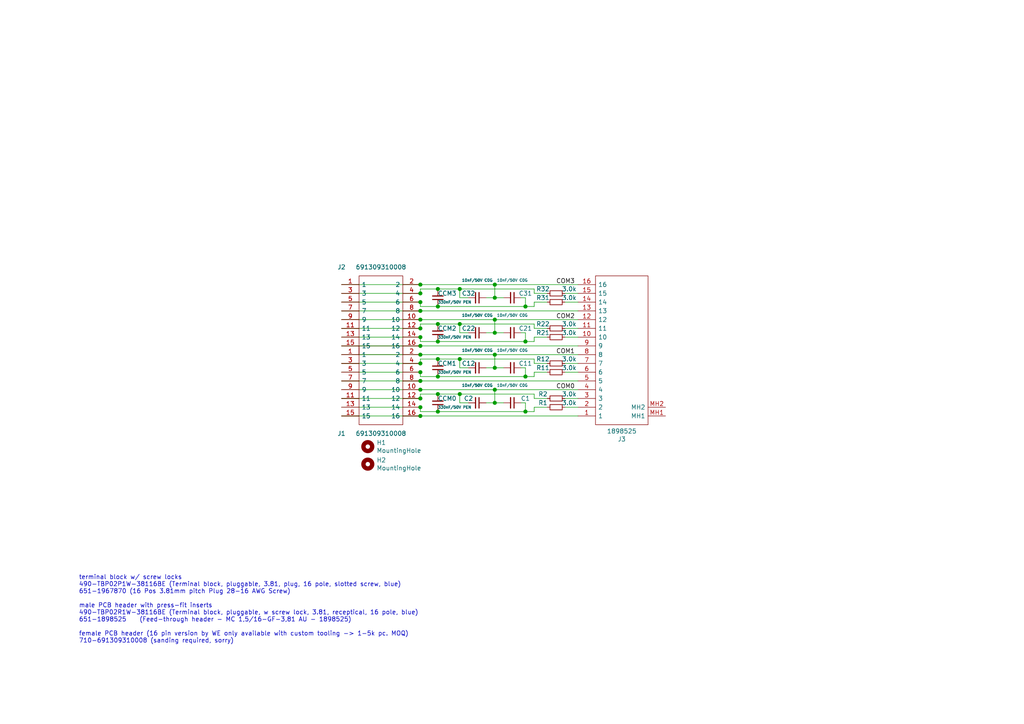
<source format=kicad_sch>
(kicad_sch (version 20201015) (generator eeschema)
  (paper "A4")
  (lib_symbols
    (symbol "Device:C_Small" (pin_numbers hide) (pin_names (offset 0.254) hide)
      (property "Reference" "C" (at 0.254 1.778 0))
      (property "Value" "C_Small" (at 0.254 -2.032 0))
      (symbol "C_Small_0_1"
        (polyline (pts (xy -1.524 -0.508) (xy 1.524 -0.508)) (stroke (width 0.3302)))
        (polyline (pts (xy -1.524 0.508) (xy 1.524 0.508)) (stroke (width 0.3048)))
      )
      (symbol "C_Small_1_1"
        (pin passive line (at 0 2.54 270) (length 2.032) (name "~") (number "1"))
        (pin passive line (at 0 -2.54 90) (length 2.032) (name "~") (number "2"))
      )
    )
    (symbol "Device:R_Small" (pin_numbers hide) (pin_names (offset 0.254) hide)
      (property "Reference" "R" (at 0.762 0.508 0))
      (property "Value" "R_Small" (at 0.762 -1.016 0))
      (symbol "R_Small_0_1"
        (rectangle (start -0.762 1.778) (end 0.762 -1.778) (stroke (width 0.2032)))
      )
      (symbol "R_Small_1_1"
        (pin passive line (at 0 2.54 270) (length 0.762) (name "~") (number "1"))
        (pin passive line (at 0 -2.54 90) (length 0.762) (name "~") (number "2"))
      )
    )
    (symbol "Mechanical:MountingHole" (pin_names (offset 1.016))
      (property "Reference" "H" (at 0 5.08 0))
      (property "Value" "MountingHole" (at 0 3.175 0))
      (symbol "MountingHole_0_1"
        (circle (center 0 0) (radius 1.27) (stroke (width 1.27)))
      )
    )
    (symbol "PhoenixContact_1898525:1898525" (pin_names (offset 0.762))
      (property "Reference" "J" (at 21.59 7.62 0))
      (property "Value" "1898525" (at 21.59 5.08 0))
      (symbol "1898525_0_0"
        (pin unspecified line (at 25.4 0 180) (length 5.08) (name "1") (number "1"))
        (pin unspecified line (at 25.4 -2.54 180) (length 5.08) (name "2") (number "2"))
        (pin unspecified line (at 25.4 -5.08 180) (length 5.08) (name "3") (number "3"))
        (pin unspecified line (at 25.4 -7.62 180) (length 5.08) (name "4") (number "4"))
        (pin unspecified line (at 25.4 -10.16 180) (length 5.08) (name "5") (number "5"))
        (pin unspecified line (at 25.4 -12.7 180) (length 5.08) (name "6") (number "6"))
        (pin unspecified line (at 25.4 -15.24 180) (length 5.08) (name "7") (number "7"))
        (pin unspecified line (at 25.4 -17.78 180) (length 5.08) (name "8") (number "8"))
        (pin unspecified line (at 25.4 -20.32 180) (length 5.08) (name "9") (number "9"))
        (pin unspecified line (at 25.4 -22.86 180) (length 5.08) (name "10") (number "10"))
        (pin unspecified line (at 25.4 -25.4 180) (length 5.08) (name "11") (number "11"))
        (pin unspecified line (at 25.4 -27.94 180) (length 5.08) (name "12") (number "12"))
        (pin unspecified line (at 25.4 -30.48 180) (length 5.08) (name "13") (number "13"))
        (pin unspecified line (at 25.4 -33.02 180) (length 5.08) (name "14") (number "14"))
        (pin unspecified line (at 25.4 -35.56 180) (length 5.08) (name "15") (number "15"))
        (pin unspecified line (at 25.4 -38.1 180) (length 5.08) (name "16") (number "16"))
        (pin unspecified line (at 0 0 0) (length 5.08) (name "MH1") (number "MH1"))
        (pin unspecified line (at 0 -2.54 0) (length 5.08) (name "MH2") (number "MH2"))
      )
      (symbol "1898525_0_1"
        (polyline (pts (xy 5.08 2.54) (xy 20.32 2.54) (xy 20.32 -40.64) (xy 5.08 -40.64) (xy 5.08 2.54)) (stroke (width 0.1524)))
      )
    )
    (symbol "WE_691309310008:691309310008" (pin_names (offset 0.762))
      (property "Reference" "J" (at 19.05 7.62 0))
      (property "Value" "691309310008" (at 19.05 5.08 0))
      (symbol "691309310008_0_0"
        (pin unspecified line (at 0 0 0) (length 5.08) (name "1") (number "1"))
        (pin unspecified line (at 22.86 0 180) (length 5.08) (name "2") (number "2"))
        (pin unspecified line (at 0 -2.54 0) (length 5.08) (name "3") (number "3"))
        (pin unspecified line (at 22.86 -2.54 180) (length 5.08) (name "4") (number "4"))
        (pin unspecified line (at 0 -5.08 0) (length 5.08) (name "5") (number "5"))
        (pin unspecified line (at 22.86 -5.08 180) (length 5.08) (name "6") (number "6"))
        (pin unspecified line (at 0 -7.62 0) (length 5.08) (name "7") (number "7"))
        (pin unspecified line (at 22.86 -7.62 180) (length 5.08) (name "8") (number "8"))
        (pin unspecified line (at 0 -10.16 0) (length 5.08) (name "9") (number "9"))
        (pin unspecified line (at 22.86 -10.16 180) (length 5.08) (name "10") (number "10"))
        (pin unspecified line (at 0 -12.7 0) (length 5.08) (name "11") (number "11"))
        (pin unspecified line (at 22.86 -12.7 180) (length 5.08) (name "12") (number "12"))
        (pin unspecified line (at 0 -15.24 0) (length 5.08) (name "13") (number "13"))
        (pin unspecified line (at 22.86 -15.24 180) (length 5.08) (name "14") (number "14"))
        (pin unspecified line (at 0 -17.78 0) (length 5.08) (name "15") (number "15"))
        (pin unspecified line (at 22.86 -17.78 180) (length 5.08) (name "16") (number "16"))
      )
      (symbol "691309310008_0_1"
        (polyline (pts (xy 5.08 2.54) (xy 17.78 2.54) (xy 17.78 -20.32) (xy 5.08 -20.32) (xy 5.08 2.54)) (stroke (width 0.1524)))
      )
    )
  )
  (junction (at 121.92 82.55) (diameter 1.016))
  (junction (at 121.92 85.09) (diameter 1.016))
  (junction (at 121.92 87.63) (diameter 1.016))
  (junction (at 121.92 90.17) (diameter 1.016))
  (junction (at 121.92 92.71) (diameter 1.016))
  (junction (at 121.92 95.25) (diameter 1.016))
  (junction (at 121.92 97.79) (diameter 1.016))
  (junction (at 121.92 100.33) (diameter 1.016))
  (junction (at 121.92 102.87) (diameter 1.016))
  (junction (at 121.92 105.41) (diameter 1.016))
  (junction (at 121.92 107.95) (diameter 1.016))
  (junction (at 121.92 110.49) (diameter 1.016))
  (junction (at 121.92 113.03) (diameter 1.016))
  (junction (at 121.92 115.57) (diameter 1.016))
  (junction (at 121.92 118.11) (diameter 1.016))
  (junction (at 121.92 120.65) (diameter 1.016))
  (junction (at 127 83.82) (diameter 1.016))
  (junction (at 127 88.9) (diameter 1.016))
  (junction (at 127 93.98) (diameter 1.016))
  (junction (at 127 99.06) (diameter 1.016))
  (junction (at 127 104.14) (diameter 1.016))
  (junction (at 127 109.22) (diameter 1.016))
  (junction (at 127 114.3) (diameter 1.016))
  (junction (at 127 119.38) (diameter 1.016))
  (junction (at 133.35 83.82) (diameter 1.016))
  (junction (at 133.35 93.98) (diameter 1.016))
  (junction (at 133.35 104.14) (diameter 1.016))
  (junction (at 133.35 114.3) (diameter 1.016))
  (junction (at 143.51 82.55) (diameter 1.016))
  (junction (at 143.51 86.36) (diameter 1.016))
  (junction (at 143.51 92.71) (diameter 1.016))
  (junction (at 143.51 96.52) (diameter 1.016))
  (junction (at 143.51 102.87) (diameter 1.016))
  (junction (at 143.51 106.68) (diameter 1.016))
  (junction (at 143.51 113.03) (diameter 1.016))
  (junction (at 143.51 116.84) (diameter 1.016))
  (junction (at 152.4 88.9) (diameter 1.016))
  (junction (at 152.4 99.06) (diameter 1.016))
  (junction (at 152.4 109.22) (diameter 1.016))
  (junction (at 152.4 119.38) (diameter 1.016))
  (wire (pts (xy 99.06 82.55) (xy 121.92 82.55)))
  (wire (pts (xy 99.06 85.09) (xy 121.92 85.09)))
  (wire (pts (xy 99.06 87.63) (xy 121.92 87.63)))
  (wire (pts (xy 99.06 90.17) (xy 121.92 90.17)))
  (wire (pts (xy 99.06 92.71) (xy 121.92 92.71)))
  (wire (pts (xy 99.06 95.25) (xy 121.92 95.25)))
  (wire (pts (xy 99.06 97.79) (xy 121.92 97.79)))
  (wire (pts (xy 99.06 100.33) (xy 121.92 100.33)))
  (wire (pts (xy 99.06 102.87) (xy 121.92 102.87)))
  (wire (pts (xy 99.06 105.41) (xy 121.92 105.41)))
  (wire (pts (xy 99.06 107.95) (xy 121.92 107.95)))
  (wire (pts (xy 99.06 110.49) (xy 121.92 110.49)))
  (wire (pts (xy 99.06 113.03) (xy 121.92 113.03)))
  (wire (pts (xy 99.06 115.57) (xy 121.92 115.57)))
  (wire (pts (xy 99.06 118.11) (xy 121.92 118.11)))
  (wire (pts (xy 99.06 120.65) (xy 121.92 120.65)))
  (wire (pts (xy 121.92 82.55) (xy 143.51 82.55)))
  (wire (pts (xy 121.92 83.82) (xy 127 83.82)))
  (wire (pts (xy 121.92 85.09) (xy 121.92 83.82)))
  (wire (pts (xy 121.92 87.63) (xy 121.92 88.9)))
  (wire (pts (xy 121.92 88.9) (xy 127 88.9)))
  (wire (pts (xy 121.92 90.17) (xy 167.64 90.17)))
  (wire (pts (xy 121.92 92.71) (xy 143.51 92.71)))
  (wire (pts (xy 121.92 93.98) (xy 121.92 95.25)))
  (wire (pts (xy 121.92 93.98) (xy 127 93.98)))
  (wire (pts (xy 121.92 97.79) (xy 121.92 99.06)))
  (wire (pts (xy 121.92 99.06) (xy 127 99.06)))
  (wire (pts (xy 121.92 102.87) (xy 143.51 102.87)))
  (wire (pts (xy 121.92 104.14) (xy 121.92 105.41)))
  (wire (pts (xy 121.92 104.14) (xy 127 104.14)))
  (wire (pts (xy 121.92 107.95) (xy 121.92 109.22)))
  (wire (pts (xy 121.92 109.22) (xy 127 109.22)))
  (wire (pts (xy 121.92 113.03) (xy 143.51 113.03)))
  (wire (pts (xy 121.92 114.3) (xy 121.92 115.57)))
  (wire (pts (xy 121.92 114.3) (xy 127 114.3)))
  (wire (pts (xy 121.92 118.11) (xy 121.92 119.38)))
  (wire (pts (xy 121.92 119.38) (xy 127 119.38)))
  (wire (pts (xy 133.35 83.82) (xy 127 83.82)))
  (wire (pts (xy 133.35 86.36) (xy 133.35 83.82)))
  (wire (pts (xy 133.35 93.98) (xy 127 93.98)))
  (wire (pts (xy 133.35 96.52) (xy 133.35 93.98)))
  (wire (pts (xy 133.35 104.14) (xy 127 104.14)))
  (wire (pts (xy 133.35 106.68) (xy 133.35 104.14)))
  (wire (pts (xy 133.35 114.3) (xy 127 114.3)))
  (wire (pts (xy 133.35 116.84) (xy 133.35 114.3)))
  (wire (pts (xy 135.89 86.36) (xy 133.35 86.36)))
  (wire (pts (xy 135.89 96.52) (xy 133.35 96.52)))
  (wire (pts (xy 135.89 106.68) (xy 133.35 106.68)))
  (wire (pts (xy 135.89 116.84) (xy 133.35 116.84)))
  (wire (pts (xy 140.97 86.36) (xy 143.51 86.36)))
  (wire (pts (xy 140.97 96.52) (xy 143.51 96.52)))
  (wire (pts (xy 140.97 106.68) (xy 143.51 106.68)))
  (wire (pts (xy 140.97 116.84) (xy 143.51 116.84)))
  (wire (pts (xy 143.51 86.36) (xy 143.51 82.55)))
  (wire (pts (xy 143.51 86.36) (xy 146.05 86.36)))
  (wire (pts (xy 143.51 96.52) (xy 143.51 92.71)))
  (wire (pts (xy 143.51 96.52) (xy 146.05 96.52)))
  (wire (pts (xy 143.51 106.68) (xy 143.51 102.87)))
  (wire (pts (xy 143.51 106.68) (xy 146.05 106.68)))
  (wire (pts (xy 143.51 116.84) (xy 143.51 113.03)))
  (wire (pts (xy 143.51 116.84) (xy 146.05 116.84)))
  (wire (pts (xy 151.13 86.36) (xy 152.4 86.36)))
  (wire (pts (xy 151.13 96.52) (xy 152.4 96.52)))
  (wire (pts (xy 151.13 106.68) (xy 152.4 106.68)))
  (wire (pts (xy 151.13 116.84) (xy 152.4 116.84)))
  (wire (pts (xy 152.4 86.36) (xy 152.4 88.9)))
  (wire (pts (xy 152.4 88.9) (xy 127 88.9)))
  (wire (pts (xy 152.4 96.52) (xy 152.4 99.06)))
  (wire (pts (xy 152.4 99.06) (xy 127 99.06)))
  (wire (pts (xy 152.4 106.68) (xy 152.4 109.22)))
  (wire (pts (xy 152.4 109.22) (xy 127 109.22)))
  (wire (pts (xy 152.4 116.84) (xy 152.4 119.38)))
  (wire (pts (xy 152.4 119.38) (xy 127 119.38)))
  (wire (pts (xy 154.94 83.82) (xy 133.35 83.82)))
  (wire (pts (xy 154.94 85.09) (xy 154.94 83.82)))
  (wire (pts (xy 154.94 87.63) (xy 154.94 88.9)))
  (wire (pts (xy 154.94 88.9) (xy 152.4 88.9)))
  (wire (pts (xy 154.94 93.98) (xy 133.35 93.98)))
  (wire (pts (xy 154.94 95.25) (xy 154.94 93.98)))
  (wire (pts (xy 154.94 97.79) (xy 154.94 99.06)))
  (wire (pts (xy 154.94 99.06) (xy 152.4 99.06)))
  (wire (pts (xy 154.94 104.14) (xy 133.35 104.14)))
  (wire (pts (xy 154.94 105.41) (xy 154.94 104.14)))
  (wire (pts (xy 154.94 107.95) (xy 154.94 109.22)))
  (wire (pts (xy 154.94 109.22) (xy 152.4 109.22)))
  (wire (pts (xy 154.94 114.3) (xy 133.35 114.3)))
  (wire (pts (xy 154.94 115.57) (xy 154.94 114.3)))
  (wire (pts (xy 154.94 118.11) (xy 154.94 119.38)))
  (wire (pts (xy 154.94 119.38) (xy 152.4 119.38)))
  (wire (pts (xy 158.75 85.09) (xy 154.94 85.09)))
  (wire (pts (xy 158.75 87.63) (xy 154.94 87.63)))
  (wire (pts (xy 158.75 95.25) (xy 154.94 95.25)))
  (wire (pts (xy 158.75 97.79) (xy 154.94 97.79)))
  (wire (pts (xy 158.75 105.41) (xy 154.94 105.41)))
  (wire (pts (xy 158.75 107.95) (xy 154.94 107.95)))
  (wire (pts (xy 158.75 115.57) (xy 154.94 115.57)))
  (wire (pts (xy 158.75 118.11) (xy 154.94 118.11)))
  (wire (pts (xy 163.83 85.09) (xy 167.64 85.09)))
  (wire (pts (xy 163.83 95.25) (xy 167.64 95.25)))
  (wire (pts (xy 163.83 105.41) (xy 167.64 105.41)))
  (wire (pts (xy 163.83 115.57) (xy 167.64 115.57)))
  (wire (pts (xy 167.64 82.55) (xy 143.51 82.55)))
  (wire (pts (xy 167.64 87.63) (xy 163.83 87.63)))
  (wire (pts (xy 167.64 92.71) (xy 143.51 92.71)))
  (wire (pts (xy 167.64 97.79) (xy 163.83 97.79)))
  (wire (pts (xy 167.64 100.33) (xy 121.92 100.33)))
  (wire (pts (xy 167.64 102.87) (xy 143.51 102.87)))
  (wire (pts (xy 167.64 107.95) (xy 163.83 107.95)))
  (wire (pts (xy 167.64 110.49) (xy 121.92 110.49)))
  (wire (pts (xy 167.64 113.03) (xy 143.51 113.03)))
  (wire (pts (xy 167.64 118.11) (xy 163.83 118.11)))
  (wire (pts (xy 167.64 120.65) (xy 121.92 120.65)))
  (text "terminal block w/ screw locks\n490-TBP02P1W-38116BE (Terminal block, pluggable, 3.81, plug, 16 pole, slotted screw, blue)\n651-1967870 (16 Pos 3.81mm pitch Plug 28-16 AWG Screw)\n\nmale PCB header with press-fit inserts\n490-TBP02R1W-38116BE (Terminal block, pluggable, w screw lock, 3.81, receptical, 16 pole, blue)\n651-1898525    (Feed-through header - MC 1,5/16-GF-3,81 AU - 1898525)\n\nfemale PCB header (16 pin version by WE only available with custom tooling -> 1-5k pc. MOQ)\n710-691309310008 (sanding required, sorry)" (at 22.86 186.69 0) (effects (font (size 1.27 1.27)) (justify left bottom)))
  (label "COM3" (at 161.29 82.55 0))
  (label "COM2" (at 161.29 92.71 0))
  (label "COM1" (at 161.29 102.87 0))
  (label "COM0" (at 161.29 113.03 0))
  (symbol (lib_id "Device:R_Small") (at 161.29 85.09 270) (unit 1)
    (property "Reference" "R32" (at 157.48 83.82 90))
    (property "Value" "3.0k" (at 165.1 83.82 90))
    (property "Footprint" "Resistor_SMD:R_0805_2012Metric" (effects hide))
    (property "Mouser" "667-ERJ-S06F3001V " (effects hide))
  )
  (symbol (lib_id "Device:R_Small") (at 161.29 87.63 270) (unit 1)
    (property "Reference" "R31" (at 157.48 86.36 90))
    (property "Value" "3.0k" (at 165.1 86.36 90))
    (property "Footprint" "Resistor_SMD:R_0805_2012Metric" (effects hide))
    (property "Mouser" "667-ERJ-S06F3001V " (effects hide))
  )
  (symbol (lib_id "Device:R_Small") (at 161.29 95.25 270) (unit 1)
    (property "Reference" "R22" (at 157.48 93.98 90))
    (property "Value" "3.0k" (at 165.1 93.98 90))
    (property "Footprint" "Resistor_SMD:R_0805_2012Metric" (effects hide))
    (property "Mouser" "667-ERJ-S06F3001V " (effects hide))
  )
  (symbol (lib_id "Device:R_Small") (at 161.29 97.79 270) (unit 1)
    (property "Reference" "R21" (at 157.48 96.52 90))
    (property "Value" "3.0k" (at 165.1 96.52 90))
    (property "Footprint" "Resistor_SMD:R_0805_2012Metric" (effects hide))
    (property "Mouser" "667-ERJ-S06F3001V " (effects hide))
  )
  (symbol (lib_id "Device:R_Small") (at 161.29 105.41 270) (unit 1)
    (property "Reference" "R12" (at 157.48 104.14 90))
    (property "Value" "3.0k" (at 165.1 104.14 90))
    (property "Footprint" "Resistor_SMD:R_0805_2012Metric" (effects hide))
    (property "Mouser" "667-ERJ-S06F3001V " (effects hide))
  )
  (symbol (lib_id "Device:R_Small") (at 161.29 107.95 270) (unit 1)
    (property "Reference" "R11" (at 157.48 106.68 90))
    (property "Value" "3.0k" (at 165.1 106.68 90))
    (property "Footprint" "Resistor_SMD:R_0805_2012Metric" (effects hide))
    (property "Mouser" "667-ERJ-S06F3001V " (effects hide))
  )
  (symbol (lib_id "Device:R_Small") (at 161.29 115.57 270) (unit 1)
    (property "Reference" "R2" (at 157.48 114.3 90))
    (property "Value" "3.0k" (at 165.1 114.3 90))
    (property "Footprint" "Resistor_SMD:R_0805_2012Metric" (effects hide))
    (property "Mouser" "667-ERJ-S06F3001V " (effects hide))
  )
  (symbol (lib_id "Device:R_Small") (at 161.29 118.11 270) (unit 1)
    (property "Reference" "R1" (at 157.48 116.84 90))
    (property "Value" "3.0k" (at 165.1 116.84 90))
    (property "Footprint" "Resistor_SMD:R_0805_2012Metric" (effects hide))
    (property "Mouser" "667-ERJ-S06F3001V " (effects hide))
  )
  (symbol (lib_id "Mechanical:MountingHole") (at 106.68 129.54 0) (unit 1)
    (property "Reference" "H1" (at 109.22 128.3716 0) (effects (justify left)))
    (property "Value" "MountingHole" (at 109.22 130.683 0) (effects (justify left)))
    (property "Footprint" "MountingHole:MountingHole_3mm_Pad" (effects hide))
  )
  (symbol (lib_id "Mechanical:MountingHole") (at 106.68 134.62 0) (unit 1)
    (property "Reference" "H2" (at 109.22 133.4516 0) (effects (justify left)))
    (property "Value" "MountingHole" (at 109.22 135.763 0) (effects (justify left)))
    (property "Footprint" "MountingHole:MountingHole_3mm_Pad" (effects hide))
  )
  (symbol (lib_id "Device:C_Small") (at 127 86.36 180) (unit 1)
    (property "Reference" "CCM3" (at 127 85.09 0) (effects (justify right)))
    (property "Value" "330nF/50V PEN" (at 127 87.63 0) (effects (font (size 0.7874 0.7874)) (justify right)))
    (property "Footprint" "Capacitor_SMD:C_2220_5650Metric" (effects hide))
    (property "Datasheet" "https://www.mouser.de/datasheet/2/212/KEM_F3078_LDE-1103670.pdf" (effects hide))
    (property "Mouser" "80-LDECD3330KA5N00" (effects hide))
  )
  (symbol (lib_id "Device:C_Small") (at 127 96.52 180) (unit 1)
    (property "Reference" "CCM2" (at 127 95.25 0) (effects (justify right)))
    (property "Value" "330nF/50V PEN" (at 127 97.79 0) (effects (font (size 0.7874 0.7874)) (justify right)))
    (property "Footprint" "Capacitor_SMD:C_2220_5650Metric" (effects hide))
    (property "Datasheet" "https://www.mouser.de/datasheet/2/212/KEM_F3078_LDE-1103670.pdf" (effects hide))
    (property "Mouser" "80-LDECD3330KA5N00" (effects hide))
  )
  (symbol (lib_id "Device:C_Small") (at 127 106.68 180) (unit 1)
    (property "Reference" "CCM1" (at 127 105.41 0) (effects (justify right)))
    (property "Value" "330nF/50V PEN" (at 127 107.95 0) (effects (font (size 0.7874 0.7874)) (justify right)))
    (property "Footprint" "Capacitor_SMD:C_2220_5650Metric" (effects hide))
    (property "Datasheet" "https://www.mouser.de/datasheet/2/212/KEM_F3078_LDE-1103670.pdf" (effects hide))
    (property "Mouser" "80-LDECD3330KA5N00" (effects hide))
  )
  (symbol (lib_id "Device:C_Small") (at 127 116.84 180) (unit 1)
    (property "Reference" "CCM0" (at 127 115.57 0) (effects (justify right)))
    (property "Value" "330nF/50V PEN" (at 127 118.11 0) (effects (font (size 0.7874 0.7874)) (justify right)))
    (property "Footprint" "Capacitor_SMD:C_2220_5650Metric" (effects hide))
    (property "Datasheet" "https://www.mouser.de/datasheet/2/212/KEM_F3078_LDE-1103670.pdf" (effects hide))
    (property "Mouser" "80-LDECD3330KA5N00" (effects hide))
  )
  (symbol (lib_id "Device:C_Small") (at 138.43 86.36 270) (unit 1)
    (property "Reference" "C32" (at 135.89 85.09 90))
    (property "Value" "10nF/50V C0G" (at 138.43 81.28 90) (effects (font (size 0.7874 0.7874))))
    (property "Footprint" "Capacitor_SMD:C_0805_2012Metric" (effects hide))
    (property "Mouser" "791-0805N103J500CT" (effects hide))
  )
  (symbol (lib_id "Device:C_Small") (at 138.43 96.52 270) (unit 1)
    (property "Reference" "C22" (at 135.89 95.25 90))
    (property "Value" "10nF/50V C0G" (at 138.43 91.44 90) (effects (font (size 0.7874 0.7874))))
    (property "Footprint" "Capacitor_SMD:C_0805_2012Metric" (effects hide))
    (property "Mouser" "791-0805N103J500CT" (effects hide))
  )
  (symbol (lib_id "Device:C_Small") (at 138.43 106.68 270) (unit 1)
    (property "Reference" "C12" (at 135.89 105.41 90))
    (property "Value" "10nF/50V C0G" (at 138.43 101.6 90) (effects (font (size 0.7874 0.7874))))
    (property "Footprint" "Capacitor_SMD:C_0805_2012Metric" (effects hide))
    (property "Mouser" "791-0805N103J500CT" (effects hide))
  )
  (symbol (lib_id "Device:C_Small") (at 138.43 116.84 270) (unit 1)
    (property "Reference" "C2" (at 135.89 115.57 90))
    (property "Value" "10nF/50V C0G" (at 138.43 111.76 90) (effects (font (size 0.7874 0.7874))))
    (property "Footprint" "Capacitor_SMD:C_0805_2012Metric" (effects hide))
    (property "Mouser" "791-0805N103J500CT" (effects hide))
  )
  (symbol (lib_id "Device:C_Small") (at 148.59 86.36 270) (unit 1)
    (property "Reference" "C31" (at 152.4 85.09 90))
    (property "Value" "10nF/50V C0G" (at 148.59 81.28 90) (effects (font (size 0.7874 0.7874))))
    (property "Footprint" "Capacitor_SMD:C_0805_2012Metric" (effects hide))
    (property "Mouser" "791-0805N103J500CT" (effects hide))
  )
  (symbol (lib_id "Device:C_Small") (at 148.59 96.52 270) (unit 1)
    (property "Reference" "C21" (at 152.4 95.25 90))
    (property "Value" "10nF/50V C0G" (at 148.59 91.44 90) (effects (font (size 0.7874 0.7874))))
    (property "Footprint" "Capacitor_SMD:C_0805_2012Metric" (effects hide))
    (property "Mouser" "791-0805N103J500CT" (effects hide))
  )
  (symbol (lib_id "Device:C_Small") (at 148.59 106.68 270) (unit 1)
    (property "Reference" "C11" (at 152.4 105.41 90))
    (property "Value" "10nF/50V C0G" (at 148.59 101.6 90) (effects (font (size 0.7874 0.7874))))
    (property "Footprint" "Capacitor_SMD:C_0805_2012Metric" (effects hide))
    (property "Mouser" "791-0805N103J500CT" (effects hide))
  )
  (symbol (lib_id "Device:C_Small") (at 148.59 116.84 270) (unit 1)
    (property "Reference" "C1" (at 152.4 115.57 90))
    (property "Value" "10nF/50V C0G" (at 148.59 111.76 90) (effects (font (size 0.7874 0.7874))))
    (property "Footprint" "Capacitor_SMD:C_0805_2012Metric" (effects hide))
    (property "Mouser" "791-0805N103J500CT" (effects hide))
  )
  (symbol (lib_id "WE_691309310008:691309310008") (at 99.06 82.55 0) (unit 1)
    (property "Reference" "J1" (at 99.06 125.73 0))
    (property "Value" "691309310008" (at 110.49 77.47 0))
    (property "Footprint" "WE_691309310008:691309310008" (effects hide))
    (property "Datasheet" "https://www.mouser.com/datasheet/2/445/691309310008-1719760.pdf" (effects hide))
    (property "Description" "Pluggable Terminal Blocks WR-TBL Terminal Block - PCB Header - THT 8 Positions 3.81 mm Pitch 8A" (effects hide))
    (property "Height" "6.8" (effects hide))
    (property "Manufacturer_Name" "Wurth Elektronik" (effects hide))
    (property "Manufacturer_Part_Number" "691309310008" (effects hide))
    (property "Mouser Part Number" "710-691309310008" (effects hide))
    (property "Mouser Price/Stock" "https://www.mouser.com/Search/Refine.aspx?Keyword=710-691309310008" (effects hide))
  )
  (symbol (lib_id "WE_691309310008:691309310008") (at 99.06 102.87 0) (unit 1)
    (property "Reference" "J2" (at 99.06 77.47 0))
    (property "Value" "691309310008" (at 110.49 125.73 0))
    (property "Footprint" "WE_691309310008:691309310008" (effects hide))
    (property "Datasheet" "https://www.mouser.com/datasheet/2/445/691309310008-1719760.pdf" (effects hide))
    (property "Description" "Pluggable Terminal Blocks WR-TBL Terminal Block - PCB Header - THT 8 Positions 3.81 mm Pitch 8A" (effects hide))
    (property "Height" "6.8" (effects hide))
    (property "Manufacturer_Name" "Wurth Elektronik" (effects hide))
    (property "Manufacturer_Part_Number" "691309310008" (effects hide))
    (property "Mouser Part Number" "710-691309310008" (effects hide))
    (property "Mouser Price/Stock" "https://www.mouser.com/Search/Refine.aspx?Keyword=710-691309310008" (effects hide))
  )
  (symbol (lib_id "PhoenixContact_1898525:1898525") (at 193.04 120.65 180) (unit 1)
    (property "Reference" "J3" (at 180.34 127.381 0))
    (property "Value" "1898525" (at 180.34 125.0696 0))
    (property "Footprint" "PhoenixContact_1898525:1898525" (effects hide))
    (property "Datasheet" "https://www.mouser.com/datasheet/2/324/898525-1453654.pdf" (effects hide))
    (property "Description" "HEADER NOMINAL CURRENT 8A RATED VOLTAGE (III/2)160V" (effects hide))
    (property "Height" "7.05" (effects hide))
    (property "Manufacturer_Name" "Phoenix Contact" (effects hide))
    (property "Manufacturer_Part_Number" "1898525" (effects hide))
    (property "Mouser Part Number" "651-1898525" (effects hide))
    (property "Mouser Price/Stock" "https://www.mouser.com/Search/Refine.aspx?Keyword=651-1898525" (effects hide))
  )
)
</source>
